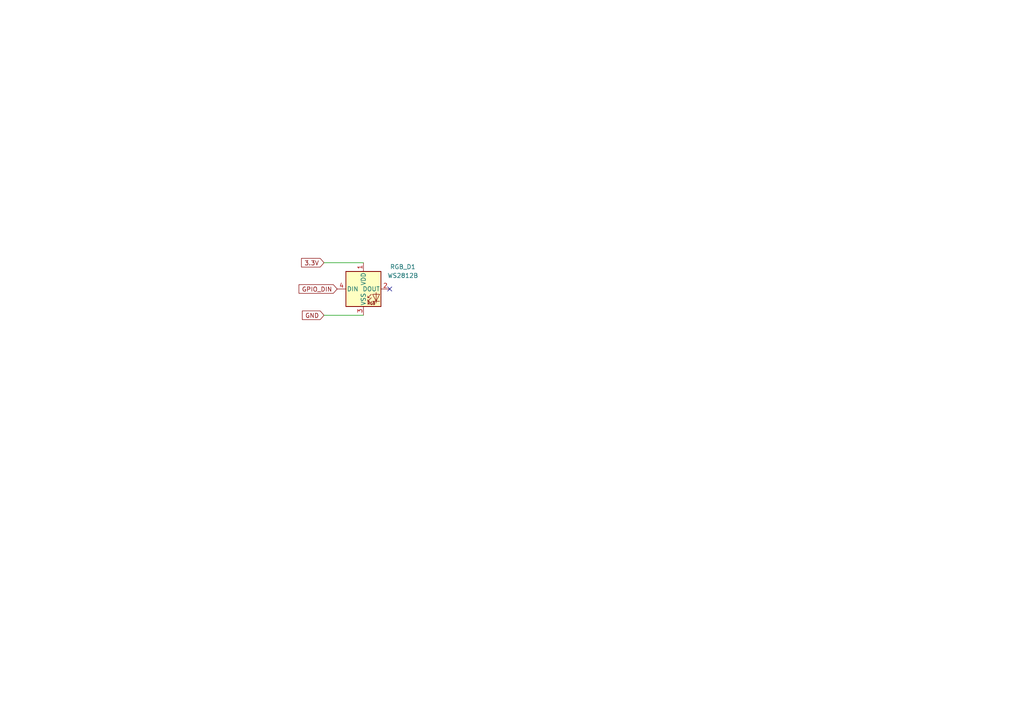
<source format=kicad_sch>
(kicad_sch (version 20250114) (generator "eeschema") (generator_version "9.0")
  (paper "A4")
  (lib_symbols
    (symbol "LED:WS2812B" (pin_names (offset 0.254))
      (property "Reference" "D" (at 5.08 5.715 0))
      (property "Value" "WS2812B" (at 1.27 -5.715 0))
      (symbol "WS2812B_0_0"
        (text "RGB" (at 2.286 -4.191 0) (effects (font (size 0.762 0.762))))
      )
      (symbol "WS2812B_0_1"
        (polyline (pts (xy 1.27 -2.54) (xy 1.778 -2.54)))
        (polyline (pts (xy 1.27 -3.556) (xy 1.778 -3.556)))
        (polyline (pts (xy 2.286 -1.524) (xy 1.27 -2.54) (xy 1.27 -2.032)))
        (polyline (pts (xy 2.286 -2.54) (xy 1.27 -3.556) (xy 1.27 -3.048)))
        (polyline (pts (xy 3.683 -1.016) (xy 3.683 -3.556) (xy 3.683 -4.064)))
        (polyline (pts (xy 4.699 -1.524) (xy 2.667 -1.524) (xy 3.683 -3.556) (xy 4.699 -1.524)))
        (polyline (pts (xy 4.699 -3.556) (xy 2.667 -3.556)))
        (rectangle (start 5.08 5.08) (end -5.08 -5.08) (stroke (width 0.254)) (fill (type background)))
      )
      (symbol "WS2812B_1_1"
        (pin input line (at -7.62 0 0) (length 2.54) (name "DIN") (number "4"))
        (pin power_in line (at 0 7.62 270) (length 2.54) (name "VDD") (number "1"))
        (pin power_in line (at 0 -7.62 90) (length 2.54) (name "VSS") (number "3"))
        (pin output line (at 7.62 0 180) (length 2.54) (name "DOUT") (number "2"))
      )
    )
  )
  (no_connect (at 113.03 83.82))
  (wire (pts (xy 93.98 76.2) (xy 105.41 76.2)))
  (wire (pts (xy 93.98 91.44) (xy 105.41 91.44)))
  (global_label "3.3V" (shape input) (at 93.98 76.2 180) (property "Intersheetrefs" "${INTERSHEET_REFS}" (effects (hide yes))))
  (global_label "GND" (shape input) (at 93.98 91.44 180) (property "Intersheetrefs" "${INTERSHEET_REFS}" (effects (hide yes))))
  (global_label "GPIO_DIN" (shape input) (at 97.79 83.82 180) (property "Intersheetrefs" "${INTERSHEET_REFS}" (effects (hide yes))))
  (symbol (lib_id "LED:WS2812B") (at 105.41 83.82 0) (unit 1)
    (property "Reference" "RGB_D1" (at 116.84 77.3998 0))
    (property "Value" "WS2812B" (at 116.84 79.9398 0))
    (property "Footprint" "ErgoCai.pretty:LED_WS2812B_PLCC4_5.0x5.0mm_P3.2mm" (effects (hide yes)))
    (property "Datasheet" "https://cdn-shop.adafruit.com/datasheets/WS2812B.pdf" (effects (hide yes)))
    (property "Description" "RGB LED with integrated controller" (effects (hide yes)))
  )
)
</source>
